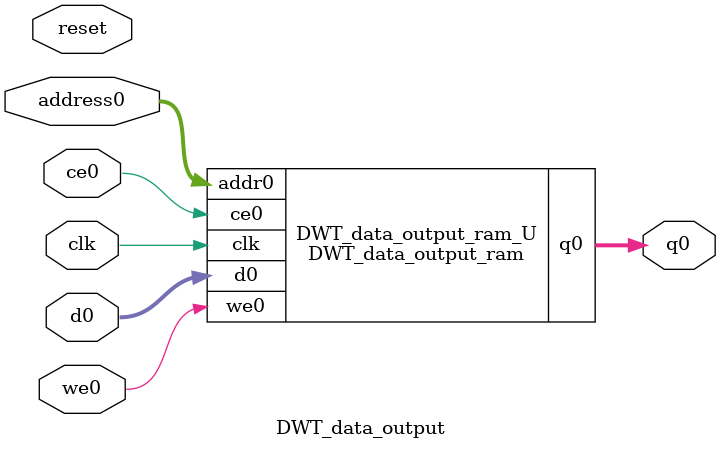
<source format=v>
`timescale 1 ns / 1 ps
module DWT_data_output_ram (addr0, ce0, d0, we0, q0,  clk);

parameter DWIDTH = 32;
parameter AWIDTH = 14;
parameter MEM_SIZE = 10240;

input[AWIDTH-1:0] addr0;
input ce0;
input[DWIDTH-1:0] d0;
input we0;
output reg[DWIDTH-1:0] q0;
input clk;

(* ram_style = "block" *)reg [DWIDTH-1:0] ram[0:MEM_SIZE-1];




always @(posedge clk)  
begin 
    if (ce0) 
    begin
        if (we0) 
        begin 
            ram[addr0] <= d0; 
        end 
        q0 <= ram[addr0];
    end
end


endmodule

`timescale 1 ns / 1 ps
module DWT_data_output(
    reset,
    clk,
    address0,
    ce0,
    we0,
    d0,
    q0);

parameter DataWidth = 32'd32;
parameter AddressRange = 32'd10240;
parameter AddressWidth = 32'd14;
input reset;
input clk;
input[AddressWidth - 1:0] address0;
input ce0;
input we0;
input[DataWidth - 1:0] d0;
output[DataWidth - 1:0] q0;



DWT_data_output_ram DWT_data_output_ram_U(
    .clk( clk ),
    .addr0( address0 ),
    .ce0( ce0 ),
    .we0( we0 ),
    .d0( d0 ),
    .q0( q0 ));

endmodule


</source>
